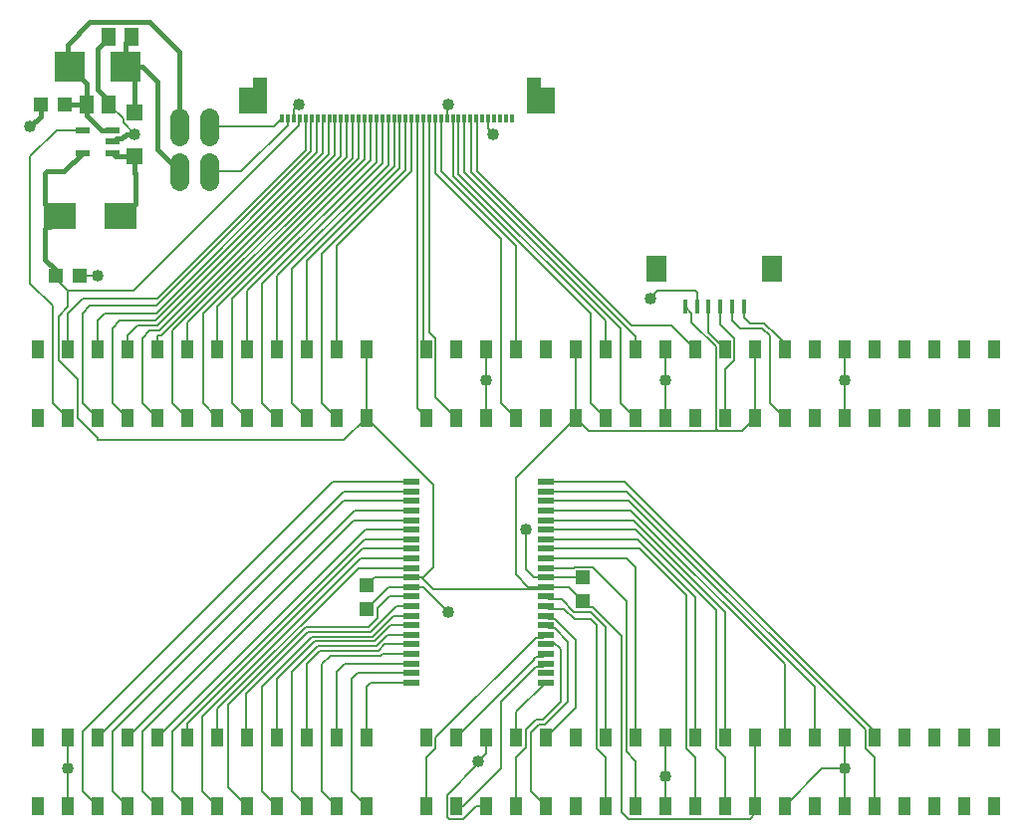
<source format=gtl>
G04 EAGLE Gerber RS-274X export*
G75*
%MOMM*%
%FSLAX34Y34*%
%LPD*%
%INTop Copper*%
%IPPOS*%
%AMOC8*
5,1,8,0,0,1.08239X$1,22.5*%
G01*
%ADD10R,1.300000X1.200000*%
%ADD11R,1.200000X1.300000*%
%ADD12R,1.300000X1.500000*%
%ADD13R,2.540000X2.540000*%
%ADD14R,1.400000X1.400000*%
%ADD15R,0.300000X0.800000*%
%ADD16R,2.400000X2.200000*%
%ADD17R,1.300000X0.850000*%
%ADD18R,0.300000X1.300000*%
%ADD19R,1.800000X2.200000*%
%ADD20C,1.625600*%
%ADD21R,2.692400X2.209800*%
%ADD22R,1.320800X0.508000*%
%ADD23R,0.990600X1.549400*%
%ADD24R,1.200000X0.550000*%
%ADD25C,0.203200*%
%ADD26C,1.016000*%
%ADD27C,0.406400*%


D10*
X488950Y193040D03*
X488950Y213360D03*
D11*
X40640Y469900D03*
X60960Y469900D03*
D12*
X104750Y673100D03*
X85750Y673100D03*
X66700Y615950D03*
X85700Y615950D03*
D13*
X99695Y647700D03*
X52705Y647700D03*
D14*
X107950Y609050D03*
X107950Y572050D03*
D15*
X428100Y603650D03*
X423100Y603650D03*
X418100Y603650D03*
X413100Y603650D03*
X408100Y603650D03*
X403100Y603650D03*
X398100Y603650D03*
X393100Y603650D03*
X388100Y603650D03*
X383100Y603650D03*
X378100Y603650D03*
X373100Y603650D03*
X368100Y603650D03*
X363100Y603650D03*
X358100Y603650D03*
X353100Y603650D03*
X348100Y603650D03*
X343100Y603650D03*
X338100Y603650D03*
X333100Y603650D03*
X328100Y603650D03*
X323100Y603650D03*
X318100Y603650D03*
X313100Y603650D03*
X308100Y603650D03*
X303100Y603650D03*
X298100Y603650D03*
X293100Y603650D03*
X288100Y603650D03*
X283100Y603650D03*
D16*
X452600Y619650D03*
D17*
X447100Y634900D03*
X214100Y634900D03*
D16*
X208600Y619650D03*
D15*
X278100Y603650D03*
X273100Y603650D03*
X268100Y603650D03*
X263100Y603650D03*
X258100Y603650D03*
X253100Y603650D03*
X248100Y603650D03*
X243100Y603650D03*
X238100Y603650D03*
X233100Y603650D03*
D18*
X625550Y443750D03*
X615550Y443750D03*
X605550Y443750D03*
X595550Y443750D03*
X585550Y443750D03*
X575550Y443750D03*
D19*
X551550Y476250D03*
X649550Y476250D03*
D20*
X146050Y588772D02*
X146050Y605028D01*
X171450Y605028D02*
X171450Y588772D01*
X146050Y566928D02*
X146050Y550672D01*
X171450Y550672D02*
X171450Y566928D01*
D21*
X95377Y520700D03*
X44323Y520700D03*
D11*
X27940Y615950D03*
X48260Y615950D03*
D22*
X343281Y294894D03*
X343281Y286766D03*
X343281Y278638D03*
X343281Y270510D03*
X343281Y262382D03*
X343281Y254254D03*
X343281Y246126D03*
X343281Y237998D03*
X343281Y229870D03*
X343281Y221742D03*
X343281Y213614D03*
X343281Y205486D03*
X343281Y197358D03*
X343281Y189230D03*
X343281Y181102D03*
X343281Y172974D03*
X343281Y164846D03*
X343281Y156718D03*
X343281Y148590D03*
X343281Y140462D03*
X343281Y132334D03*
X343281Y124206D03*
X456819Y124206D03*
X456819Y132334D03*
X456819Y140462D03*
X456819Y148590D03*
X456819Y156718D03*
X456819Y164846D03*
X456819Y172974D03*
X456819Y181102D03*
X456819Y189230D03*
X456819Y197358D03*
X456819Y205486D03*
X456819Y213614D03*
X456819Y221742D03*
X456819Y229870D03*
X456819Y237998D03*
X456819Y246126D03*
X456819Y254254D03*
X456819Y262382D03*
X456819Y270510D03*
X456819Y278638D03*
X456819Y286766D03*
X456819Y294894D03*
D23*
X304800Y19050D03*
X279400Y19050D03*
X254000Y19050D03*
X228600Y19050D03*
X203200Y19050D03*
X177800Y19050D03*
X152400Y19050D03*
X127000Y19050D03*
X101600Y19050D03*
X76200Y19050D03*
X50800Y19050D03*
X25400Y19050D03*
X304800Y77470D03*
X279400Y77470D03*
X254000Y77470D03*
X228600Y77470D03*
X203200Y77470D03*
X177800Y77470D03*
X152400Y77470D03*
X127000Y77470D03*
X101600Y77470D03*
X76200Y77470D03*
X50800Y77470D03*
X25400Y77470D03*
X838200Y19050D03*
X812800Y19050D03*
X787400Y19050D03*
X762000Y19050D03*
X736600Y19050D03*
X711200Y19050D03*
X685800Y19050D03*
X660400Y19050D03*
X635000Y19050D03*
X609600Y19050D03*
X381000Y19050D03*
X355600Y19050D03*
X838200Y77470D03*
X812800Y77470D03*
X787400Y77470D03*
X762000Y77470D03*
X736600Y77470D03*
X711200Y77470D03*
X685800Y77470D03*
X660400Y77470D03*
X635000Y77470D03*
X609600Y77470D03*
X381000Y77470D03*
X355600Y77470D03*
X584200Y19050D03*
X558800Y19050D03*
X533400Y19050D03*
X508000Y19050D03*
X482600Y19050D03*
X457200Y19050D03*
X431800Y19050D03*
X406400Y19050D03*
X584200Y77470D03*
X558800Y77470D03*
X533400Y77470D03*
X508000Y77470D03*
X482600Y77470D03*
X457200Y77470D03*
X431800Y77470D03*
X406400Y77470D03*
X304800Y349250D03*
X279400Y349250D03*
X254000Y349250D03*
X228600Y349250D03*
X203200Y349250D03*
X177800Y349250D03*
X152400Y349250D03*
X127000Y349250D03*
X101600Y349250D03*
X76200Y349250D03*
X50800Y349250D03*
X25400Y349250D03*
X304800Y407670D03*
X279400Y407670D03*
X254000Y407670D03*
X228600Y407670D03*
X203200Y407670D03*
X177800Y407670D03*
X152400Y407670D03*
X127000Y407670D03*
X101600Y407670D03*
X76200Y407670D03*
X50800Y407670D03*
X25400Y407670D03*
X838200Y349250D03*
X812800Y349250D03*
X787400Y349250D03*
X762000Y349250D03*
X736600Y349250D03*
X711200Y349250D03*
X685800Y349250D03*
X660400Y349250D03*
X635000Y349250D03*
X609600Y349250D03*
X381000Y349250D03*
X355600Y349250D03*
X838200Y407670D03*
X812800Y407670D03*
X787400Y407670D03*
X762000Y407670D03*
X736600Y407670D03*
X711200Y407670D03*
X685800Y407670D03*
X660400Y407670D03*
X635000Y407670D03*
X609600Y407670D03*
X381000Y407670D03*
X355600Y407670D03*
X584200Y349250D03*
X558800Y349250D03*
X533400Y349250D03*
X508000Y349250D03*
X482600Y349250D03*
X457200Y349250D03*
X431800Y349250D03*
X406400Y349250D03*
X584200Y407670D03*
X558800Y407670D03*
X533400Y407670D03*
X508000Y407670D03*
X482600Y407670D03*
X457200Y407670D03*
X431800Y407670D03*
X406400Y407670D03*
D24*
X89201Y574700D03*
X89201Y584200D03*
X89201Y593700D03*
X63199Y593700D03*
X63199Y574700D03*
D10*
X304800Y207010D03*
X304800Y186690D03*
D25*
X457073Y213360D02*
X488950Y213360D01*
X457073Y213360D02*
X456819Y213614D01*
X323596Y205486D02*
X304800Y186690D01*
X323596Y205486D02*
X343281Y205486D01*
X408100Y595200D02*
X408100Y603650D01*
X408100Y595200D02*
X412750Y590550D01*
D26*
X412750Y590550D03*
X711200Y381000D03*
D25*
X711200Y407670D01*
X711200Y381000D02*
X711200Y349250D01*
X76200Y469900D02*
X60960Y469900D01*
D26*
X76200Y469900D03*
D25*
X50800Y50800D02*
X50800Y19050D01*
D26*
X50800Y50800D03*
D25*
X50800Y77470D01*
X406400Y77470D02*
X406400Y63500D01*
X400050Y57150D01*
D26*
X400050Y57150D03*
D25*
X387216Y8255D02*
X374785Y8255D01*
X372999Y10041D01*
X372999Y28060D01*
X398011Y19050D02*
X406400Y19050D01*
X400050Y55111D02*
X400050Y57150D01*
X398011Y19050D02*
X387216Y8255D01*
X372999Y28060D02*
X400050Y55111D01*
X558800Y44450D02*
X558800Y19050D01*
D26*
X558800Y44450D03*
D25*
X558800Y77470D01*
X711200Y77470D02*
X711200Y50800D01*
D26*
X711200Y50800D03*
D25*
X711200Y19050D01*
X692150Y50800D02*
X660400Y19050D01*
X692150Y50800D02*
X711200Y50800D01*
X353314Y205486D02*
X343281Y205486D01*
D26*
X374650Y184150D03*
D25*
X353314Y205486D01*
X446786Y213614D02*
X456819Y213614D01*
X439928Y220472D02*
X439928Y254000D01*
D26*
X439928Y254000D03*
D25*
X439928Y220472D02*
X446786Y213614D01*
X406400Y381000D02*
X406400Y407670D01*
D26*
X406400Y381000D03*
D25*
X406400Y349250D01*
D26*
X558800Y381000D03*
D25*
X558800Y349250D01*
X558800Y381000D02*
X558800Y407670D01*
X585550Y443750D02*
X585550Y455850D01*
X584200Y457200D01*
X552450Y457200D01*
X546100Y450850D01*
D26*
X546100Y450850D03*
D27*
X85750Y673100D02*
X76200Y663550D01*
X85700Y619150D02*
X85700Y615950D01*
X76200Y628650D02*
X76200Y663550D01*
X76200Y628650D02*
X85700Y619150D01*
D25*
X85700Y615950D02*
X97902Y603748D01*
X97902Y600788D01*
X107950Y590740D02*
X107950Y590550D01*
X107950Y590740D02*
X97902Y600788D01*
D26*
X107950Y590550D03*
D27*
X27940Y605790D02*
X27940Y615950D01*
X89201Y584200D02*
X91887Y586886D01*
X96884Y586886D01*
X100548Y590550D02*
X107950Y590550D01*
X100548Y590550D02*
X96884Y586886D01*
D25*
X243100Y603650D02*
X243100Y611400D01*
X247650Y615950D01*
D26*
X247650Y615950D03*
D25*
X373100Y614400D02*
X373100Y603650D01*
X373100Y614400D02*
X374650Y615950D01*
D26*
X374650Y615950D03*
D27*
X27940Y605790D02*
X19050Y596900D01*
D26*
X19050Y596900D03*
D25*
X368100Y603650D02*
X368100Y559000D01*
X431800Y495300D01*
X431800Y407670D01*
X363100Y557650D02*
X363100Y603650D01*
X419100Y501650D02*
X419100Y361950D01*
X431800Y349250D01*
X419100Y501650D02*
X363100Y557650D01*
X358100Y603650D02*
X358100Y422181D01*
X363601Y416680D01*
X363601Y366649D02*
X381000Y349250D01*
X363601Y366649D02*
X363601Y416680D01*
X353100Y410170D02*
X353100Y603650D01*
X353100Y410170D02*
X355600Y407670D01*
X348100Y417181D02*
X348100Y603650D01*
X348100Y417181D02*
X347599Y416680D01*
X347599Y357251D01*
X355600Y349250D01*
X343100Y559000D02*
X343100Y603650D01*
X343100Y559000D02*
X279400Y495300D01*
X279400Y407670D01*
X338100Y560350D02*
X338100Y603650D01*
X338100Y560350D02*
X266700Y488950D01*
X266700Y361950D01*
X279400Y349250D01*
X333100Y561700D02*
X333100Y603650D01*
X333100Y561700D02*
X254000Y482600D01*
X254000Y407670D01*
X328100Y563050D02*
X328100Y603650D01*
X328100Y563050D02*
X241300Y476250D01*
X241300Y361950D01*
X254000Y349250D01*
X323100Y564400D02*
X323100Y603650D01*
X323100Y564400D02*
X228600Y469900D01*
X228600Y407670D01*
X318100Y566353D02*
X318100Y603650D01*
X318100Y566353D02*
X215599Y463851D01*
X215599Y362251D01*
X228600Y349250D01*
X313100Y567100D02*
X313100Y603650D01*
X313100Y567100D02*
X203200Y457200D01*
X203200Y407670D01*
X308100Y568729D02*
X308100Y603650D01*
X308100Y568729D02*
X190361Y450989D01*
X190361Y362089D01*
X203200Y349250D01*
X303100Y569476D02*
X303100Y603650D01*
X177800Y444176D02*
X177800Y407670D01*
X177800Y444176D02*
X303100Y569476D01*
X298100Y570224D02*
X298100Y603650D01*
X298100Y570224D02*
X165563Y437687D01*
X165563Y361487D01*
X177800Y349250D01*
X292648Y603198D02*
X293100Y603650D01*
X152400Y430271D02*
X152400Y407670D01*
X292648Y570519D02*
X292648Y603198D01*
X292648Y570519D02*
X152400Y430271D01*
X287648Y603198D02*
X288100Y603650D01*
X287648Y603198D02*
X287648Y571266D01*
X139700Y423318D01*
X139700Y361950D02*
X152400Y349250D01*
X139700Y361950D02*
X139700Y423318D01*
X282648Y603198D02*
X283100Y603650D01*
X130242Y419608D02*
X127508Y419608D01*
X127000Y419100D01*
X282648Y572014D02*
X282648Y603198D01*
X282648Y572014D02*
X130242Y419608D01*
X127000Y419100D02*
X127000Y407670D01*
X277648Y603198D02*
X278100Y603650D01*
X128559Y423672D02*
X120650Y423672D01*
X277648Y572761D02*
X277648Y603198D01*
X277648Y572761D02*
X128559Y423672D01*
X120650Y423672D02*
X114300Y417322D01*
X114300Y361950D02*
X127000Y349250D01*
X114300Y361950D02*
X114300Y417322D01*
X272648Y603198D02*
X273100Y603650D01*
X126876Y427736D02*
X110236Y427736D01*
X272648Y573509D02*
X272648Y603198D01*
X272648Y573509D02*
X126876Y427736D01*
X101600Y419100D02*
X101600Y407670D01*
X101600Y419100D02*
X110236Y427736D01*
X267648Y603198D02*
X268100Y603650D01*
X267648Y603198D02*
X267648Y574256D01*
X125192Y431800D01*
X95250Y431800D01*
X88900Y425450D01*
X88900Y361950D02*
X101600Y349250D01*
X88900Y361950D02*
X88900Y425450D01*
X262648Y603198D02*
X263100Y603650D01*
X262648Y603198D02*
X262648Y575003D01*
X125795Y438150D01*
X82550Y438150D02*
X76200Y431800D01*
X76200Y407670D01*
X82550Y438150D02*
X125795Y438150D01*
X257648Y603198D02*
X258100Y603650D01*
X257648Y603198D02*
X257648Y575751D01*
X126397Y444500D01*
X69850Y444500D01*
X63500Y438150D01*
X63500Y361950D02*
X76200Y349250D01*
X63500Y361950D02*
X63500Y438150D01*
X253100Y576950D02*
X253100Y603650D01*
X253100Y576950D02*
X127000Y450850D01*
X63500Y450850D01*
X50800Y438150D01*
X50800Y407670D01*
D27*
X31623Y510300D02*
X33260Y511937D01*
X31623Y510300D02*
X31623Y484110D01*
X40640Y475093D02*
X40640Y469900D01*
X35560Y511937D02*
X33260Y511937D01*
X31623Y484110D02*
X40640Y475093D01*
X35560Y511937D02*
X44323Y520700D01*
X33260Y529463D02*
X31623Y531100D01*
X31623Y557290D02*
X33260Y558927D01*
X47426Y558927D02*
X63199Y574700D01*
X31623Y557290D02*
X31623Y531100D01*
X33260Y558927D02*
X47426Y558927D01*
X35560Y529463D02*
X44323Y520700D01*
X35560Y529463D02*
X33260Y529463D01*
D25*
X343281Y213614D02*
X343027Y213360D01*
X476504Y205486D02*
X488950Y193040D01*
X476504Y205486D02*
X457200Y205486D01*
X456819Y205486D01*
X311404Y213614D02*
X304800Y207010D01*
X311404Y213614D02*
X343281Y213614D01*
X247648Y603198D02*
X248100Y603650D01*
X247648Y603198D02*
X247648Y598388D01*
X106461Y457200D01*
X50800Y457200D01*
X40640Y467360D01*
X40640Y469900D01*
X50800Y457200D02*
X50800Y443897D01*
X76200Y332240D02*
X76200Y330200D01*
X42799Y435896D02*
X50800Y443897D01*
X42799Y435896D02*
X42799Y398661D01*
X59436Y349004D02*
X76200Y332240D01*
X59436Y349004D02*
X59436Y382024D01*
X42799Y398661D01*
X76200Y330200D02*
X285750Y330200D01*
X304800Y349250D01*
X304800Y407670D01*
X304800Y349250D02*
X361950Y292100D01*
X361950Y222250D01*
X353060Y213360D01*
X343027Y213360D01*
X343281Y213614D02*
X351536Y213614D01*
X361950Y203200D01*
X454914Y203200D01*
X457200Y205486D01*
X431800Y298450D02*
X482600Y349250D01*
X431800Y298450D02*
X431800Y215900D01*
X442214Y205486D01*
X456819Y205486D01*
X482600Y349250D02*
X482600Y407670D01*
X575550Y443750D02*
X581002Y438298D01*
X601599Y340241D02*
X603385Y338455D01*
X581002Y430521D02*
X581002Y438298D01*
X581002Y430521D02*
X601599Y409924D01*
X601599Y340241D01*
X624205Y338455D02*
X635000Y349250D01*
X624205Y338455D02*
X603385Y338455D01*
X635000Y349250D02*
X635000Y407670D01*
X603385Y338455D02*
X493395Y338455D01*
X482600Y349250D01*
X488950Y193040D02*
X493934Y188056D01*
X497141Y188056D01*
X521335Y163862D01*
X521335Y14105D01*
X527185Y8255D01*
X630555Y8255D01*
X635000Y12700D01*
X635000Y19050D01*
X635000Y77470D01*
X595550Y421720D02*
X595550Y443750D01*
X595550Y421720D02*
X609600Y407670D01*
X617601Y398661D02*
X617601Y416680D01*
X605550Y428731D02*
X605550Y443750D01*
X605550Y428731D02*
X617601Y416680D01*
X617601Y398661D02*
X609600Y390660D01*
X609600Y349250D01*
X378100Y555350D02*
X378100Y603650D01*
X378100Y555350D02*
X495300Y438150D01*
X495300Y361950D01*
X508000Y349250D01*
X383100Y556700D02*
X383100Y603650D01*
X383100Y556700D02*
X508000Y431800D01*
X508000Y407670D01*
X388100Y558050D02*
X388100Y603650D01*
X388100Y558050D02*
X520700Y425450D01*
X520700Y361950D01*
X533400Y349250D01*
X393552Y603198D02*
X393100Y603650D01*
X393552Y603198D02*
X393552Y558345D01*
X533400Y418497D02*
X533400Y407670D01*
X533400Y418497D02*
X393552Y558345D01*
X398552Y603198D02*
X398100Y603650D01*
X398552Y603198D02*
X398552Y559093D01*
X529622Y428022D01*
X563848Y428022D01*
X584200Y407670D01*
X615950Y443350D02*
X615550Y443750D01*
X615950Y443350D02*
X615950Y431800D01*
X622300Y425450D01*
X641350Y425450D01*
X647700Y419100D01*
X647700Y361950D01*
X660400Y349250D01*
X625550Y434900D02*
X625550Y443750D01*
X630936Y429514D02*
X643033Y429514D01*
X653447Y419100D02*
X654050Y419100D01*
X653447Y419100D02*
X643033Y429514D01*
X654050Y419100D02*
X660400Y412750D01*
X660400Y407670D01*
X630936Y429514D02*
X625550Y434900D01*
X226350Y596900D02*
X171450Y596900D01*
X226350Y596900D02*
X233100Y603650D01*
X237648Y603198D02*
X237648Y598388D01*
X237648Y603198D02*
X238100Y603650D01*
X198061Y558800D02*
X171450Y558800D01*
X198061Y558800D02*
X237648Y598388D01*
X63199Y593700D02*
X41250Y593700D01*
X19050Y571500D01*
X19050Y463550D01*
X38100Y444500D01*
X38100Y361950D02*
X50800Y349250D01*
X38100Y361950D02*
X38100Y444500D01*
X320375Y156718D02*
X343281Y156718D01*
X320375Y156718D02*
X314787Y151130D01*
X265430Y151130D02*
X254000Y139700D01*
X265430Y151130D02*
X314787Y151130D01*
X254000Y139700D02*
X254000Y77470D01*
X317995Y148590D02*
X343281Y148590D01*
X317995Y148590D02*
X316471Y147066D01*
X274066Y147066D02*
X266700Y139700D01*
X274066Y147066D02*
X316471Y147066D01*
X266700Y139700D02*
X266700Y31750D01*
X279400Y19050D01*
X286512Y140462D02*
X343281Y140462D01*
X286512Y140462D02*
X279400Y133350D01*
X279400Y77470D01*
X297434Y132334D02*
X343281Y132334D01*
X297434Y132334D02*
X292100Y127000D01*
X292100Y31750D01*
X304800Y19050D01*
X431800Y99187D02*
X456819Y124206D01*
X431800Y99187D02*
X431800Y77470D01*
X454279Y137922D02*
X456819Y140462D01*
X454279Y137922D02*
X448953Y137922D01*
X419100Y108070D01*
X419100Y50800D01*
X387350Y19050D01*
X381000Y19050D01*
X454279Y146050D02*
X456819Y148590D01*
X454279Y146050D02*
X448953Y146050D01*
X447167Y144265D01*
X447167Y143637D01*
X381000Y77470D01*
X454279Y92329D02*
X469900Y107950D01*
X431800Y60460D02*
X431800Y19050D01*
X431800Y60460D02*
X440436Y69096D01*
X440436Y84233D01*
X448532Y92329D01*
X454279Y92329D01*
X469900Y107950D02*
X469900Y152400D01*
X463550Y158750D01*
X458851Y158750D01*
X456819Y156718D01*
X456819Y278638D02*
X527812Y278638D01*
X685800Y120650D01*
X685800Y77470D01*
X526034Y286766D02*
X456819Y286766D01*
X728599Y84201D02*
X728599Y68461D01*
X736600Y60460D02*
X736600Y19050D01*
X736600Y60460D02*
X728599Y68461D01*
X728599Y84201D02*
X526034Y286766D01*
X343281Y294894D02*
X275844Y294894D01*
X63500Y82550D01*
X63500Y31750D01*
X76200Y19050D01*
X285496Y286766D02*
X343281Y286766D01*
X285496Y286766D02*
X76200Y77470D01*
X284988Y278638D02*
X343281Y278638D01*
X284988Y278638D02*
X88900Y82550D01*
X88900Y31750D01*
X101600Y19050D01*
X294640Y270510D02*
X343281Y270510D01*
X294640Y270510D02*
X101600Y77470D01*
X294132Y262382D02*
X343281Y262382D01*
X294132Y262382D02*
X114300Y82550D01*
X114300Y31750D01*
X127000Y19050D01*
X303276Y246126D02*
X343281Y246126D01*
X303276Y246126D02*
X139700Y82550D01*
X139700Y31750D01*
X152400Y19050D01*
X301498Y237998D02*
X343281Y237998D01*
X301498Y237998D02*
X152400Y88900D01*
X152400Y77470D01*
X165100Y31750D02*
X177800Y19050D01*
X299720Y229870D02*
X343281Y229870D01*
X299720Y229870D02*
X165100Y95250D01*
X165100Y31750D01*
X297942Y221742D02*
X343281Y221742D01*
X297942Y221742D02*
X177800Y101600D01*
X177800Y77470D01*
X324358Y197358D02*
X343281Y197358D01*
X314348Y187348D02*
X314348Y179428D01*
X306371Y171450D01*
X253397Y171450D02*
X187024Y105076D01*
X187024Y35226D01*
X203200Y19050D01*
X314348Y187348D02*
X324358Y197358D01*
X306371Y171450D02*
X253397Y171450D01*
X255081Y167386D02*
X202597Y114903D01*
X255081Y167386D02*
X308054Y167386D01*
X329898Y189230D02*
X343281Y189230D01*
X329898Y189230D02*
X308054Y167386D01*
X202597Y114903D02*
X202597Y78073D01*
X203200Y77470D01*
X327517Y181102D02*
X343281Y181102D01*
X327517Y181102D02*
X309737Y163322D01*
X258572Y163322D02*
X215900Y120650D01*
X258572Y163322D02*
X309737Y163322D01*
X215900Y120650D02*
X215900Y31750D01*
X228600Y19050D01*
X325137Y172974D02*
X343281Y172974D01*
X325137Y172974D02*
X311421Y159258D01*
X260858Y159258D02*
X228600Y127000D01*
X260858Y159258D02*
X311421Y159258D01*
X228600Y127000D02*
X228600Y77470D01*
X456819Y172974D02*
X459359Y170434D01*
X464686Y170434D01*
X476250Y158870D01*
X476250Y107950D01*
X456565Y88265D01*
X450985Y88265D01*
X445270Y82550D02*
X444500Y82550D01*
X445270Y82550D02*
X450985Y88265D01*
X444500Y82550D02*
X444500Y31750D01*
X457200Y19050D01*
X459359Y178562D02*
X456819Y181102D01*
X459359Y178562D02*
X464686Y178562D01*
X482600Y160648D01*
X482600Y102870D02*
X457200Y77470D01*
X482600Y102870D02*
X482600Y160648D01*
X459359Y186690D02*
X456819Y189230D01*
X459359Y186690D02*
X472742Y186690D01*
X481632Y177800D02*
X495300Y177800D01*
X508000Y60460D02*
X508000Y19050D01*
X508000Y60460D02*
X499999Y68461D01*
X499999Y173101D02*
X495300Y177800D01*
X499999Y173101D02*
X499999Y68461D01*
X481632Y177800D02*
X472742Y186690D01*
X459359Y194818D02*
X456819Y197358D01*
X459359Y194818D02*
X470362Y194818D01*
X481188Y183992D01*
X495458Y183992D02*
X508000Y171450D01*
X508000Y77470D01*
X495458Y183992D02*
X481188Y183992D01*
X481188Y222408D02*
X496713Y222408D01*
X480522Y221742D02*
X456819Y221742D01*
X480522Y221742D02*
X481188Y222408D01*
X496713Y222408D02*
X525399Y193722D01*
X525399Y65151D02*
X533400Y57150D01*
X533400Y19050D01*
X525399Y65151D02*
X525399Y193722D01*
X525780Y229870D02*
X456819Y229870D01*
X525780Y229870D02*
X533400Y222250D01*
X533400Y77470D01*
X536702Y237998D02*
X456819Y237998D01*
X584200Y60460D02*
X584200Y19050D01*
X584200Y60460D02*
X576199Y68461D01*
X576199Y198501D01*
X536702Y237998D01*
X534924Y246126D02*
X456819Y246126D01*
X534924Y246126D02*
X584200Y196850D01*
X584200Y77470D01*
X343281Y164846D02*
X322756Y164846D01*
X313104Y155194D01*
X263144Y155194D02*
X241300Y133350D01*
X263144Y155194D02*
X313104Y155194D01*
X241300Y133350D02*
X241300Y31750D01*
X254000Y19050D01*
X456819Y262382D02*
X531368Y262382D01*
X609600Y184150D01*
X609600Y77470D01*
X533146Y254254D02*
X456819Y254254D01*
X609600Y60460D02*
X609600Y19050D01*
X609600Y60460D02*
X601599Y68461D01*
X601599Y185801D01*
X533146Y254254D01*
X456819Y164846D02*
X454279Y162306D01*
X355600Y60460D02*
X355600Y19050D01*
X355600Y60460D02*
X363601Y68461D01*
X448826Y162306D02*
X454279Y162306D01*
X448826Y162306D02*
X363601Y77082D01*
X363601Y68461D01*
X343281Y254254D02*
X303784Y254254D01*
X127000Y77470D01*
X456819Y270510D02*
X529590Y270510D01*
X660400Y139700D01*
X660400Y77470D01*
D27*
X89201Y593700D02*
X79400Y593700D01*
X66700Y606400D02*
X66700Y615950D01*
X66700Y606400D02*
X79400Y593700D01*
X66700Y615950D02*
X48260Y615950D01*
X66700Y633705D02*
X52705Y647700D01*
X66700Y633705D02*
X66700Y615950D01*
X146050Y596900D02*
X146050Y660400D01*
X120650Y685800D01*
X69850Y685800D01*
X50800Y666750D01*
X50800Y641350D01*
X52705Y643255D01*
X52705Y647700D01*
X108077Y531100D02*
X106440Y529463D01*
X108077Y531100D02*
X108077Y557290D01*
X104140Y529463D02*
X95377Y520700D01*
X104140Y529463D02*
X106440Y529463D01*
X108077Y557290D02*
X107950Y557417D01*
X107950Y572050D01*
X91851Y572050D01*
X89201Y574700D01*
X107950Y609050D02*
X107950Y647700D01*
X101600Y647700D01*
X99695Y647700D01*
X99695Y668045D01*
X104750Y673100D01*
X127000Y577850D02*
X146050Y558800D01*
X127000Y577850D02*
X127000Y635000D01*
X114300Y647700D01*
X107950Y647700D01*
D25*
X456819Y294894D02*
X524256Y294894D01*
X736600Y82550D01*
X736600Y77470D01*
X343281Y124206D02*
X308356Y124206D01*
X304800Y120650D01*
X304800Y77470D01*
M02*

</source>
